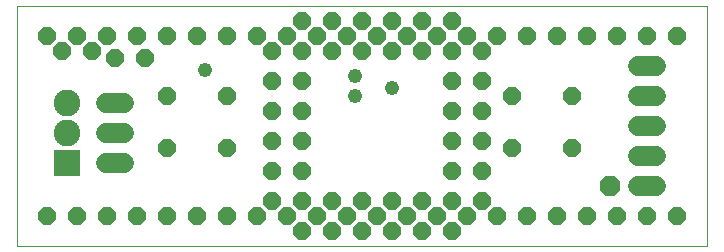
<source format=gbs>
G75*
%MOIN*%
%OFA0B0*%
%FSLAX25Y25*%
%IPPOS*%
%LPD*%
%AMOC8*
5,1,8,0,0,1.08239X$1,22.5*
%
%ADD10C,0.00000*%
%ADD11R,0.08900X0.08900*%
%ADD12C,0.08900*%
%ADD13OC8,0.06000*%
%ADD14C,0.06800*%
%ADD15OC8,0.06800*%
%ADD16C,0.04800*%
D10*
X0001000Y0001301D02*
X0001000Y0081261D01*
X0230999Y0081260D01*
X0230999Y0001300D01*
X0001000Y0001301D01*
D11*
X0017499Y0028800D03*
D12*
X0017499Y0038800D03*
X0017499Y0048800D03*
D13*
X0050999Y0051300D03*
X0070999Y0051300D03*
X0085999Y0046300D03*
X0095999Y0046300D03*
X0095999Y0056300D03*
X0085999Y0056300D03*
X0085999Y0066300D03*
X0095999Y0066300D03*
X0105999Y0066300D03*
X0115999Y0066300D03*
X0125999Y0066300D03*
X0135999Y0066300D03*
X0145999Y0066300D03*
X0155999Y0066300D03*
X0150999Y0071300D03*
X0160999Y0071300D03*
X0170999Y0071300D03*
X0180999Y0071300D03*
X0190999Y0071300D03*
X0200999Y0071300D03*
X0210999Y0071300D03*
X0220999Y0071300D03*
X0185999Y0051300D03*
X0165999Y0051300D03*
X0155999Y0046300D03*
X0145999Y0046300D03*
X0145999Y0056300D03*
X0155999Y0056300D03*
X0140999Y0071300D03*
X0130999Y0071300D03*
X0120999Y0071300D03*
X0110999Y0071300D03*
X0100999Y0071300D03*
X0090999Y0071300D03*
X0080999Y0071300D03*
X0070999Y0071300D03*
X0060999Y0071300D03*
X0050999Y0071300D03*
X0040999Y0071300D03*
X0030999Y0071300D03*
X0020999Y0071300D03*
X0010999Y0071300D03*
X0015999Y0066300D03*
X0025999Y0066300D03*
X0033499Y0063800D03*
X0043499Y0063800D03*
X0095999Y0076300D03*
X0105999Y0076300D03*
X0115999Y0076300D03*
X0125999Y0076300D03*
X0135999Y0076300D03*
X0145999Y0076300D03*
X0145999Y0036300D03*
X0155999Y0036300D03*
X0165999Y0033800D03*
X0155999Y0026300D03*
X0145999Y0026300D03*
X0145999Y0016300D03*
X0135999Y0016300D03*
X0125999Y0016300D03*
X0115999Y0016300D03*
X0105999Y0016300D03*
X0095999Y0016300D03*
X0085999Y0016300D03*
X0080999Y0011300D03*
X0070999Y0011300D03*
X0060999Y0011300D03*
X0050999Y0011300D03*
X0040999Y0011300D03*
X0030999Y0011300D03*
X0020999Y0011300D03*
X0010999Y0011300D03*
X0050999Y0033800D03*
X0070999Y0033800D03*
X0085999Y0036300D03*
X0095999Y0036300D03*
X0095999Y0026300D03*
X0085999Y0026300D03*
X0090999Y0011300D03*
X0100999Y0011300D03*
X0110999Y0011300D03*
X0120999Y0011300D03*
X0130999Y0011300D03*
X0140999Y0011300D03*
X0150999Y0011300D03*
X0160999Y0011300D03*
X0170999Y0011300D03*
X0180999Y0011300D03*
X0190999Y0011300D03*
X0200999Y0011300D03*
X0210999Y0011300D03*
X0220999Y0011300D03*
X0185999Y0033800D03*
X0155999Y0016300D03*
X0145999Y0006300D03*
X0135999Y0006300D03*
X0125999Y0006300D03*
X0115999Y0006300D03*
X0105999Y0006300D03*
X0095999Y0006300D03*
D14*
X0036499Y0028800D02*
X0030499Y0028800D01*
X0030499Y0038800D02*
X0036499Y0038800D01*
X0036499Y0048800D02*
X0030499Y0048800D01*
X0207999Y0051300D02*
X0213999Y0051300D01*
X0213999Y0041300D02*
X0207999Y0041300D01*
X0207999Y0031300D02*
X0213999Y0031300D01*
X0213999Y0021300D02*
X0207999Y0021300D01*
X0207999Y0061300D02*
X0213999Y0061300D01*
D15*
X0198499Y0021300D03*
D16*
X0113499Y0051300D03*
X0125999Y0053800D03*
X0113499Y0058000D03*
X0063699Y0059800D03*
M02*

</source>
